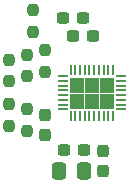
<source format=gbr>
%TF.GenerationSoftware,KiCad,Pcbnew,7.0.1*%
%TF.CreationDate,2023-04-17T09:27:04+12:00*%
%TF.ProjectId,MCT8329A-breakout,4d435438-3332-4394-912d-627265616b6f,1.0*%
%TF.SameCoordinates,Original*%
%TF.FileFunction,Paste,Top*%
%TF.FilePolarity,Positive*%
%FSLAX46Y46*%
G04 Gerber Fmt 4.6, Leading zero omitted, Abs format (unit mm)*
G04 Created by KiCad (PCBNEW 7.0.1) date 2023-04-17 09:27:04*
%MOMM*%
%LPD*%
G01*
G04 APERTURE LIST*
G04 Aperture macros list*
%AMRoundRect*
0 Rectangle with rounded corners*
0 $1 Rounding radius*
0 $2 $3 $4 $5 $6 $7 $8 $9 X,Y pos of 4 corners*
0 Add a 4 corners polygon primitive as box body*
4,1,4,$2,$3,$4,$5,$6,$7,$8,$9,$2,$3,0*
0 Add four circle primitives for the rounded corners*
1,1,$1+$1,$2,$3*
1,1,$1+$1,$4,$5*
1,1,$1+$1,$6,$7*
1,1,$1+$1,$8,$9*
0 Add four rect primitives between the rounded corners*
20,1,$1+$1,$2,$3,$4,$5,0*
20,1,$1+$1,$4,$5,$6,$7,0*
20,1,$1+$1,$6,$7,$8,$9,0*
20,1,$1+$1,$8,$9,$2,$3,0*%
G04 Aperture macros list end*
%ADD10C,0.100000*%
%ADD11RoundRect,0.250000X0.337500X0.475000X-0.337500X0.475000X-0.337500X-0.475000X0.337500X-0.475000X0*%
%ADD12RoundRect,0.237500X0.237500X-0.300000X0.237500X0.300000X-0.237500X0.300000X-0.237500X-0.300000X0*%
%ADD13RoundRect,0.237500X0.300000X0.237500X-0.300000X0.237500X-0.300000X-0.237500X0.300000X-0.237500X0*%
%ADD14R,0.204000X0.807999*%
%ADD15R,0.807999X0.204000*%
%ADD16RoundRect,0.237500X-0.300000X-0.237500X0.300000X-0.237500X0.300000X0.237500X-0.300000X0.237500X0*%
%ADD17RoundRect,0.237500X0.237500X-0.250000X0.237500X0.250000X-0.237500X0.250000X-0.237500X-0.250000X0*%
%ADD18RoundRect,0.237500X-0.237500X0.300000X-0.237500X-0.300000X0.237500X-0.300000X0.237500X0.300000X0*%
%ADD19RoundRect,0.237500X-0.237500X0.250000X-0.237500X-0.250000X0.237500X-0.250000X0.237500X0.250000X0*%
G04 APERTURE END LIST*
%TO.C,U1*%
D10*
X146835000Y-80495000D02*
X145765000Y-80495000D01*
X145765000Y-79298000D01*
X146835000Y-79298000D01*
X146835000Y-80495000D01*
G36*
X146835000Y-80495000D02*
G01*
X145765000Y-80495000D01*
X145765000Y-79298000D01*
X146835000Y-79298000D01*
X146835000Y-80495000D01*
G37*
X145565000Y-81892000D02*
X144495000Y-81892000D01*
X144495000Y-80695000D01*
X145565000Y-80695000D01*
X145565000Y-81892000D01*
G36*
X145565000Y-81892000D02*
G01*
X144495000Y-81892000D01*
X144495000Y-80695000D01*
X145565000Y-80695000D01*
X145565000Y-81892000D01*
G37*
X145565000Y-80495000D02*
X144495000Y-80495000D01*
X144495000Y-79298000D01*
X145565000Y-79298000D01*
X145565000Y-80495000D01*
G36*
X145565000Y-80495000D02*
G01*
X144495000Y-80495000D01*
X144495000Y-79298000D01*
X145565000Y-79298000D01*
X145565000Y-80495000D01*
G37*
X144295000Y-80495000D02*
X143225000Y-80495000D01*
X143225000Y-79298000D01*
X144295000Y-79298000D01*
X144295000Y-80495000D01*
G36*
X144295000Y-80495000D02*
G01*
X143225000Y-80495000D01*
X143225000Y-79298000D01*
X144295000Y-79298000D01*
X144295000Y-80495000D01*
G37*
X146835000Y-81892000D02*
X145765000Y-81892000D01*
X145765000Y-80695000D01*
X146835000Y-80695000D01*
X146835000Y-81892000D01*
G36*
X146835000Y-81892000D02*
G01*
X145765000Y-81892000D01*
X145765000Y-80695000D01*
X146835000Y-80695000D01*
X146835000Y-81892000D01*
G37*
X144295000Y-81892000D02*
X143225000Y-81892000D01*
X143225000Y-80695000D01*
X144295000Y-80695000D01*
X144295000Y-81892000D01*
G36*
X144295000Y-81892000D02*
G01*
X143225000Y-81892000D01*
X143225000Y-80695000D01*
X144295000Y-80695000D01*
X144295000Y-81892000D01*
G37*
%TD*%
D11*
%TO.C,C5*%
X144344501Y-87215000D03*
X142269501Y-87215000D03*
%TD*%
D12*
%TO.C,C6*%
X146003000Y-87202500D03*
X146003000Y-85477500D03*
%TD*%
D13*
%TO.C,C2*%
X144280498Y-74225300D03*
X142555498Y-74225300D03*
%TD*%
%TO.C,C4*%
X144394501Y-85415000D03*
X142669501Y-85415000D03*
%TD*%
D14*
%TO.C,U1*%
X143230001Y-82535700D03*
X143630000Y-82535700D03*
X144029999Y-82535700D03*
X144430001Y-82535700D03*
X144830000Y-82535700D03*
X145230000Y-82535700D03*
X145629999Y-82535700D03*
X146030001Y-82535700D03*
X146430000Y-82535700D03*
X146829999Y-82535700D03*
D15*
X147478700Y-81995000D03*
X147478700Y-81595001D03*
X147478700Y-81194999D03*
X147478700Y-80795000D03*
X147478700Y-80395000D03*
X147478700Y-79995001D03*
X147478700Y-79594999D03*
X147478700Y-79195000D03*
D14*
X146829999Y-78654300D03*
X146430000Y-78654300D03*
X146030001Y-78654300D03*
X145629999Y-78654300D03*
X145230000Y-78654300D03*
X144830000Y-78654300D03*
X144430001Y-78654300D03*
X144029999Y-78654300D03*
X143630000Y-78654300D03*
X143230001Y-78654300D03*
D15*
X142581300Y-79195000D03*
X142581300Y-79594999D03*
X142581300Y-79995001D03*
X142581300Y-80395000D03*
X142581300Y-80795000D03*
X142581300Y-81194999D03*
X142581300Y-81595001D03*
X142581300Y-81995000D03*
%TD*%
D16*
%TO.C,C3*%
X143409499Y-75775300D03*
X145134499Y-75775300D03*
%TD*%
D17*
%TO.C,R6*%
X140065000Y-75409500D03*
X140065000Y-73584500D03*
%TD*%
D18*
%TO.C,C1*%
X141093000Y-82430500D03*
X141093000Y-84155500D03*
%TD*%
D17*
%TO.C,R3*%
X139545000Y-79209499D03*
X139545000Y-77384499D03*
%TD*%
%TO.C,R4*%
X139545000Y-83805501D03*
X139545000Y-81980501D03*
%TD*%
%TO.C,R5*%
X141093000Y-78809500D03*
X141093000Y-76984500D03*
%TD*%
D19*
%TO.C,R2*%
X137995000Y-77784501D03*
X137995000Y-79609501D03*
%TD*%
%TO.C,R1*%
X137995000Y-81580499D03*
X137995000Y-83405499D03*
%TD*%
M02*

</source>
